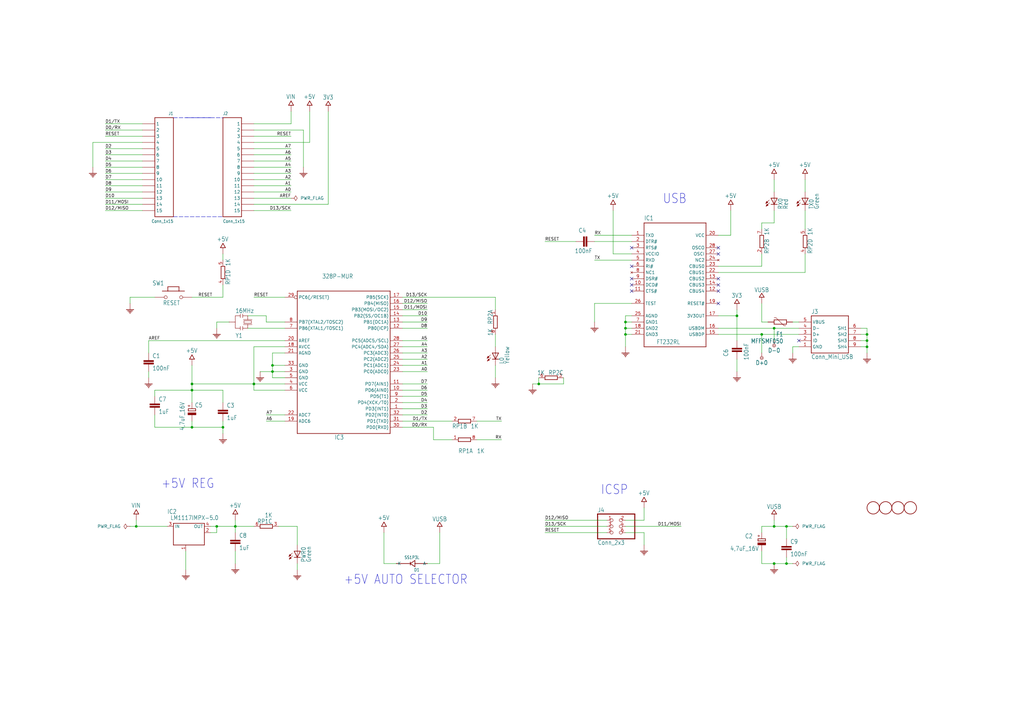
<source format=kicad_sch>
(kicad_sch (version 20231120) (generator "eeschema") (generator_version "8.0")
  (paper "A3")
  (title_block (title "NanoV3.3") (date "2019/1/23 22:50") (company "Arturo Guadalupi"))
  (lib_symbols
    (symbol "Fiducial_1"
      (symbol "Fiducial_1_1_1"
        (pin no_connect line (at 0 0 180) (length 0) hide (name "") (number "1"))
      )
    )
    (symbol "Fiducial_2"
      (symbol "Fiducial_2_1_1"
        (pin no_connect line (at 0 0 180) (length 0) hide (name "") (number "1"))
      )
    )
    (symbol "Fiducial_3"
      (symbol "Fiducial_3_1_1"
        (pin no_connect line (at 0 0 180) (length 0) hide (name "") (number "1"))
      )
    )
    (symbol "NanoV3.3:+5V" (power)
      (property "Value" "+5V" (at -2.54 2.54 0))
      (symbol "+5V_1_0"
        (pin power_in line (at 0 -2.54 90) (length 2.54) (name "+5V") (number "1"))
      )
    )
    (symbol "NanoV3.3:3V3" (power)
      (property "Value" "3V3" (at -2.286 2.286 0))
      (symbol "3V3_1_0"
        (pin power_in line (at 0 -2.54 90) (length 2.54) (name "3V3") (number "1"))
      )
    )
    (symbol "NanoV3.3:ATmega328P-VQFN"
      (property "Reference" "IC" (at -17.78 -40.64 0))
      (property "Value" "ATmega328P-VQFN" (at -5.08 30.48 0))
      (symbol "ATmega328P-VQFN_1_0"
        (pin bidirectional line (at 25.4 -20.32 180) (length 5.08) (name "PD3(INT1)") (number "1"))
        (pin bidirectional line (at 25.4 -12.7 180) (length 5.08) (name "PD6(AIN0)") (number "10"))
        (pin bidirectional line (at 25.4 -10.16 180) (length 5.08) (name "PD7(AIN1)") (number "11"))
        (pin bidirectional line (at 25.4 12.7 180) (length 5.08) (name "PB0(ICP)") (number "12"))
        (pin bidirectional line (at 25.4 15.24 180) (length 5.08) (name "PB1(OC1A)") (number "13"))
        (pin bidirectional line (at 25.4 17.78 180) (length 5.08) (name "PB2(SS/OC1B)") (number "14"))
        (pin bidirectional line (at 25.4 20.32 180) (length 5.08) (name "PB3(MOSI/OC2)") (number "15"))
        (pin bidirectional line (at 25.4 22.86 180) (length 5.08) (name "PB4(MISO)") (number "16"))
        (pin bidirectional line (at 25.4 25.4 180) (length 5.08) (name "PB5(SCK)") (number "17"))
        (pin power_in line (at -22.86 5.08 0) (length 5.08) (name "AVCC") (number "18"))
        (pin bidirectional line (at -22.86 -25.4 0) (length 5.08) (name "ADC6") (number "19"))
        (pin bidirectional line (at 25.4 -17.78 180) (length 5.08) (name "PD4(XCK/T0)") (number "2"))
        (pin power_in line (at -22.86 7.62 0) (length 5.08) (name "AREF") (number "20"))
        (pin power_in line (at -22.86 2.54 0) (length 5.08) (name "AGND") (number "21"))
        (pin bidirectional line (at -22.86 -22.86 0) (length 5.08) (name "ADC7") (number "22"))
        (pin bidirectional line (at 25.4 -5.08 180) (length 5.08) (name "PC0(ADC0)") (number "23"))
        (pin bidirectional line (at 25.4 -2.54 180) (length 5.08) (name "PC1(ADC1)") (number "24"))
        (pin bidirectional line (at 25.4 0 180) (length 5.08) (name "PC2(ADC2)") (number "25"))
        (pin bidirectional line (at 25.4 2.54 180) (length 5.08) (name "PC3(ADC3)") (number "26"))
        (pin bidirectional line (at 25.4 5.08 180) (length 5.08) (name "PC4(ADC4/SDA)") (number "27"))
        (pin bidirectional line (at 25.4 7.62 180) (length 5.08) (name "PC5(ADC5/SCL)") (number "28"))
        (pin bidirectional inverted (at -22.86 25.4 0) (length 5.08) (name "PC6(/RESET)") (number "29"))
        (pin power_in line (at -22.86 -5.08 0) (length 5.08) (name "GND") (number "3"))
        (pin bidirectional line (at 25.4 -27.94 180) (length 5.08) (name "PD0(RXD)") (number "30"))
        (pin bidirectional line (at 25.4 -25.4 180) (length 5.08) (name "PD1(TXD)") (number "31"))
        (pin bidirectional line (at 25.4 -22.86 180) (length 5.08) (name "PD2(INT0)") (number "32"))
        (pin power_in line (at -22.86 -2.54 0) (length 5.08) (name "GND") (number "33"))
        (pin power_in line (at -22.86 -10.16 0) (length 5.08) (name "VCC") (number "4"))
        (pin power_in line (at -22.86 -7.62 0) (length 5.08) (name "GND") (number "5"))
        (pin power_in line (at -22.86 -12.7 0) (length 5.08) (name "VCC") (number "6"))
        (pin bidirectional line (at -22.86 12.7 0) (length 5.08) (name "PB6(XTAL1/TOSC1)") (number "7"))
        (pin bidirectional line (at -22.86 15.24 0) (length 5.08) (name "PB7(XTAL2/TOSC2)") (number "8"))
        (pin bidirectional line (at 25.4 -15.24 180) (length 5.08) (name "PD5(T1)") (number "9"))
      )
    )
    (symbol "NanoV3.3:Button"
      (property "Reference" "SW" (at -8.636 4.826 0))
      (property "Value" "Button" (at -4.318 -3.302 0))
      (symbol "Button_1_0"
        (pin passive inverted (at -7.62 0 0) (length 5.08) (name "1") (number "1"))
        (pin passive inverted (at 7.62 0 180) (length 5.08) (name "2") (number "2"))
      )
    )
    (symbol "NanoV3.3:C"
      (property "Reference" "C" (at 1.524 0.381 0))
      (property "Value" "C" (at 1.524 -4.699 0))
      (symbol "C_1_0"
        (pin passive line (at 0 2.54 270) (length 2.54) (name "1") (number "1"))
        (pin passive line (at 0 -5.08 90) (length 2.54) (name "2") (number "2"))
      )
    )
    (symbol "NanoV3.3:COM" (power)
      (symbol "COM_1_0"
        (pin power_in line (at 0 2.54 270) (length 2.54) (name "COM") (number "1"))
      )
    )
    (symbol "NanoV3.3:C_Polarized"
      (property "Reference" "C" (at 1.143 0.4826 0))
      (property "Value" "C_Polarized" (at 1.143 -4.5974 0))
      (symbol "C_Polarized_1_0"
        (text "+" (at -0.5842 0.4064 900) (effects (font (size 1.27 1.0795)) (justify left bottom)))
        (pin passive line (at 0 2.54 270) (length 2.54) (name "+") (number "1"))
        (pin passive line (at 0 -5.08 90) (length 2.54) (name "-") (number "2"))
      )
    )
    (symbol "NanoV3.3:Conn_1x15"
      (property "Reference" "J" (at -2.54 21.336 0))
      (property "Value" "Conn_1x15" (at -2.54 -22.86 0))
      (symbol "Conn_1x15_1_0"
        (pin passive line (at 10.16 17.78 180) (length 5.08) (name "1") (number "1"))
        (pin passive line (at 10.16 -5.08 180) (length 5.08) (name "10") (number "10"))
        (pin passive line (at 10.16 -7.62 180) (length 5.08) (name "11") (number "11"))
        (pin passive line (at 10.16 -10.16 180) (length 5.08) (name "12") (number "12"))
        (pin passive line (at 10.16 -12.7 180) (length 5.08) (name "13") (number "13"))
        (pin passive line (at 10.16 -15.24 180) (length 5.08) (name "14") (number "14"))
        (pin passive line (at 10.16 -17.78 180) (length 5.08) (name "15") (number "15"))
        (pin passive line (at 10.16 15.24 180) (length 5.08) (name "2") (number "2"))
        (pin passive line (at 10.16 12.7 180) (length 5.08) (name "3") (number "3"))
        (pin passive line (at 10.16 10.16 180) (length 5.08) (name "4") (number "4"))
        (pin passive line (at 10.16 7.62 180) (length 5.08) (name "5") (number "5"))
        (pin passive line (at 10.16 5.08 180) (length 5.08) (name "6") (number "6"))
        (pin passive line (at 10.16 2.54 180) (length 5.08) (name "7") (number "7"))
        (pin passive line (at 10.16 0 180) (length 5.08) (name "8") (number "8"))
        (pin passive line (at 10.16 -2.54 180) (length 5.08) (name "9") (number "9"))
      )
    )
    (symbol "NanoV3.3:Conn_2x3"
      (property "Reference" "J" (at -6.35 5.715 0))
      (property "Value" "Conn_2x3" (at -6.35 -7.62 0))
      (symbol "Conn_2x3_1_0"
        (pin passive inverted (at -2.54 2.54 0) (length 2.54) (name "1") (number "1"))
        (pin passive inverted (at 5.08 2.54 180) (length 2.54) (name "2") (number "2"))
        (pin passive inverted (at -2.54 0 0) (length 2.54) (name "3") (number "3"))
        (pin passive inverted (at 5.08 0 180) (length 2.54) (name "4") (number "4"))
        (pin passive inverted (at -2.54 -2.54 0) (length 2.54) (name "5") (number "5"))
        (pin passive inverted (at 5.08 -2.54 180) (length 2.54) (name "6") (number "6"))
      )
    )
    (symbol "NanoV3.3:Conn_Mini_USB"
      (property "Reference" "J" (at -7.62 8.382 0))
      (property "Value" "Conn_Mini_USB" (at -7.62 -10.16 0))
      (symbol "Conn_Mini_USB_1_0"
        (pin passive line (at -12.7 -5.08 0) (length 5.08) (name "GND") (number "1"))
        (pin bidirectional line (at -12.7 -2.54 0) (length 5.08) (name "ID") (number "2"))
        (pin bidirectional line (at -12.7 0 0) (length 5.08) (name "D+") (number "3"))
        (pin bidirectional line (at -12.7 2.54 0) (length 5.08) (name "D-") (number "4"))
        (pin passive line (at -12.7 5.08 0) (length 5.08) (name "VBUS") (number "5"))
        (pin passive line (at 12.7 2.54 180) (length 5.08) (name "SH1") (number "6"))
        (pin passive line (at 12.7 0 180) (length 5.08) (name "SH2") (number "7"))
        (pin passive line (at 12.7 -2.54 180) (length 5.08) (name "SH3") (number "8"))
        (pin passive line (at 12.7 -5.08 180) (length 5.08) (name "SH4") (number "9"))
      )
    )
    (symbol "NanoV3.3:D"
      (property "Reference" "D" (at -1.905 1.905 0))
      (property "Value" "D" (at -1.905 -3.175 0))
      (symbol "D_1_0"
        (pin passive line (at 7.62 0 180) (length 0) (name "K") (number "1"))
        (pin passive line (at -5.08 0 0) (length 0) (name "A") (number "2"))
      )
    )
    (symbol "NanoV3.3:FT232R"
      (property "Reference" "IC" (at -12.7 26.416 0))
      (property "Value" "FT232R" (at -7.62 -24.384 0))
      (symbol "FT232R_1_0"
        (pin output line (at -17.78 20.32 0) (length 5.08) (name "TXD") (number "1"))
        (pin bidirectional line (at -17.78 0 0) (length 5.08) (name "DCD#") (number "10"))
        (pin bidirectional line (at -17.78 -2.54 0) (length 5.08) (name "CTS#") (number "11"))
        (pin bidirectional line (at 17.78 -2.54 180) (length 5.08) (name "CBUS4") (number "12"))
        (pin bidirectional line (at 17.78 2.54 180) (length 5.08) (name "CBUS2") (number "13"))
        (pin bidirectional line (at 17.78 0 180) (length 5.08) (name "CBUS3") (number "14"))
        (pin bidirectional line (at 17.78 -20.32 180) (length 5.08) (name "USBDP") (number "15"))
        (pin bidirectional line (at 17.78 -17.78 180) (length 5.08) (name "USBDM") (number "16"))
        (pin power_out line (at 17.78 -12.7 180) (length 5.08) (name "3V3OUT") (number "17"))
        (pin power_in line (at -17.78 -17.78 0) (length 5.08) (name "GND2") (number "18"))
        (pin bidirectional line (at 17.78 -7.62 180) (length 5.08) (name "RESET#") (number "19"))
        (pin output line (at -17.78 17.78 0) (length 5.08) (name "DTR#") (number "2"))
        (pin power_in line (at 17.78 20.32 180) (length 5.08) (name "VCC") (number "20"))
        (pin power_in line (at -17.78 -20.32 0) (length 5.08) (name "GND3") (number "21"))
        (pin bidirectional line (at 17.78 5.08 180) (length 5.08) (name "CBUS1") (number "22"))
        (pin bidirectional line (at 17.78 7.62 180) (length 5.08) (name "CBUS0") (number "23"))
        (pin no_connect line (at 17.78 10.16 180) (length 5.08) (name "NC2") (number "24"))
        (pin power_in line (at -17.78 -12.7 0) (length 5.08) (name "AGND") (number "25"))
        (pin input line (at -17.78 -7.62 0) (length 5.08) (name "TEST") (number "26"))
        (pin bidirectional line (at 17.78 12.7 180) (length 5.08) (name "OSCI") (number "27"))
        (pin output line (at 17.78 15.24 180) (length 5.08) (name "OSCO") (number "28"))
        (pin output line (at -17.78 15.24 0) (length 5.08) (name "RTS#") (number "3"))
        (pin power_in line (at -17.78 12.7 0) (length 5.08) (name "VCCIO") (number "4"))
        (pin input line (at -17.78 10.16 0) (length 5.08) (name "RXD") (number "5"))
        (pin bidirectional line (at -17.78 7.62 0) (length 5.08) (name "RI#") (number "6"))
        (pin power_in line (at -17.78 -15.24 0) (length 5.08) (name "GND1") (number "7"))
        (pin no_connect line (at -17.78 5.08 0) (length 5.08) (name "NC1") (number "8"))
        (pin bidirectional line (at -17.78 2.54 0) (length 5.08) (name "DSR#") (number "9"))
      )
    )
    (symbol "NanoV3.3:Fiducial"
      (symbol "Fiducial_1_1"
        (pin no_connect line (at 0 0 180) (length 0) hide (name "") (number "1"))
      )
    )
    (symbol "NanoV3.3:LED"
      (property "Reference" "LED" (at 3.556 -4.572 90))
      (property "Value" "LED" (at 5.715 -4.572 90))
      (symbol "LED_1_0"
        (pin passive line (at 0 2.54 270) (length 2.54) (name "") (number "1"))
        (pin passive line (at 0 -5.08 90) (length 2.54) (name "") (number "2"))
      )
    )
    (symbol "NanoV3.3:LM1117"
      (property "Reference" "IC" (at -5.08 7.62 0))
      (property "Value" "LM1117" (at 3.81 -5.08 0))
      (symbol "LM1117_1_0"
        (pin input line (at 0 -5.08 90) (length 2.54) (name "GND/ADJ") (number "1"))
        (pin passive line (at 10.16 2.54 180) (length 2.54) (name "") (number "2"))
        (pin power_in line (at -7.62 5.08 0) (length 2.54) (name "IN") (number "3"))
        (pin power_out line (at 10.16 5.08 180) (length 2.54) (name "OUT") (number "4"))
      )
    )
    (symbol "NanoV3.3:Polyfuse"
      (property "Reference" "F" (at 2.54 0.2286 0))
      (property "Value" "Polyfuse" (at 2.54 -1.905 0))
      (symbol "Polyfuse_1_0"
        (pin passive line (at 0 -5.08 90) (length 2.54) (name "1") (number "1"))
        (pin passive line (at 0 5.08 270) (length 2.54) (name "2") (number "2"))
      )
    )
    (symbol "NanoV3.3:R_Pack4_Split"
      (property "Reference" "RP" (at -5.08 -3.048 0))
      (property "Value" "R_Pack4_Split" (at 2.54 -3.048 0))
      (symbol "R_Pack4_Split_1_0"
        (pin passive line (at -5.08 0 0) (length 2.54) (name "1") (number "1"))
        (pin passive line (at 5.08 0 180) (length 2.54) (name "2") (number "8"))
      )
      (symbol "R_Pack4_Split_2_0"
        (pin passive line (at -5.08 0 0) (length 2.54) (name "1") (number "2"))
        (pin passive line (at 5.08 0 180) (length 2.54) (name "2") (number "7"))
      )
      (symbol "R_Pack4_Split_3_0"
        (pin passive line (at -5.08 0 0) (length 2.54) (name "1") (number "3"))
        (pin passive line (at 5.08 0 180) (length 2.54) (name "2") (number "6"))
      )
      (symbol "R_Pack4_Split_4_0"
        (pin passive line (at -5.08 0 0) (length 2.54) (name "1") (number "4"))
        (pin passive line (at 5.08 0 180) (length 2.54) (name "2") (number "5"))
      )
    )
    (symbol "NanoV3.3:Resonator"
      (property "Reference" "Y" (at -5.08 4.572 0))
      (property "Value" "Resonator" (at -5.08 -5.588 0))
      (symbol "Resonator_1_0"
        (pin passive line (at 0 2.54 180) (length 0) (name "1") (number "1"))
        (pin passive line (at -7.62 0 0) (length 0) (name "2") (number "2"))
        (pin passive line (at 0 -2.54 180) (length 0) (name "3") (number "3"))
      )
    )
    (symbol "NanoV3.3:TestPoint"
      (property "Reference" "TP" (at 0 0.508 0))
      (symbol "TestPoint_1_0"
        (pin passive line (at 0 -2.54 90) (length 0) (name "P$1") (number "X"))
      )
    )
    (symbol "NanoV3.3:VIN" (power)
      (property "Value" "VIN" (at -2.032 2.54 0))
      (symbol "VIN_1_0"
        (pin power_in line (at 0 -2.54 90) (length 2.54) (name "VIN") (number "1"))
      )
    )
    (symbol "NanoV3.3:VUSB" (power)
      (property "Value" "VUSB" (at -3.048 2.032 0))
      (symbol "VUSB_1_0"
        (pin power_in line (at 0 -2.54 90) (length 2.54) (name "VUSB") (number "1"))
      )
    )
    (symbol "power:PWR_FLAG" (power) (pin_numbers hide) (pin_names (offset 0) hide)
      (property "Value" "PWR_FLAG" (at 0 3.81 0))
      (symbol "PWR_FLAG_0_0"
        (pin power_out line (at 0 0 90) (length 0) (name "pwr") (number "1"))
      )
    )
  )
  (junction (at 256.54 132.08))
  (junction (at 111.76 149.86))
  (junction (at 111.76 152.4))
  (junction (at 78.74 160.02))
  (junction (at 317.5 215.9))
  (junction (at 355.6 139.7))
  (junction (at 91.44 175.26))
  (junction (at 322.58 215.9))
  (junction (at 78.74 175.26))
  (junction (at 317.5 231.14))
  (junction (at 256.54 134.62))
  (junction (at 96.52 215.9))
  (junction (at 88.9 215.9))
  (junction (at 302.26 129.54))
  (junction (at 312.42 137.16))
  (junction (at 104.14 157.48))
  (junction (at 317.5 134.62))
  (junction (at 220.98 157.48))
  (junction (at 256.54 137.16))
  (junction (at 78.74 157.48))
  (junction (at 322.58 231.14))
  (junction (at 355.6 137.16))
  (junction (at 355.6 142.24))
  (junction (at 55.88 215.9))
  (no_connect (at 259.08 119.38))
  (no_connect (at 259.08 116.84))
  (no_connect (at 259.08 114.3))
  (no_connect (at 294.64 124.46))
  (no_connect (at 294.64 116.84))
  (no_connect (at 294.64 101.6))
  (no_connect (at 294.64 114.3))
  (no_connect (at 294.64 104.14))
  (no_connect (at 294.64 119.38))
  (no_connect (at 327.66 139.7))
  (no_connect (at 259.08 101.6))
  (no_connect (at 259.08 109.22))
  (wire (pts (xy 78.74 165.1) (xy 78.74 160.02)))
  (wire (pts (xy 121.92 233.68) (xy 121.92 231.14)))
  (wire (pts (xy 55.88 215.9) (xy 68.58 215.9)))
  (wire (pts (xy 312.42 231.14) (xy 317.5 231.14)))
  (wire (pts (xy 116.84 144.78) (xy 111.76 144.78)))
  (wire (pts (xy 327.66 142.24) (xy 325.12 142.24)))
  (wire (pts (xy 256.54 129.54) (xy 256.54 132.08)))
  (wire (pts (xy 43.18 63.5) (xy 58.42 63.5)))
  (wire (pts (xy 330.2 93.98) (xy 330.2 86.36)))
  (wire (pts (xy 353.06 137.16) (xy 355.6 137.16)))
  (wire (pts (xy 104.14 86.36) (xy 119.38 86.36)))
  (wire (pts (xy 317.5 139.7) (xy 317.5 134.62)))
  (wire (pts (xy 104.14 50.8) (xy 119.38 50.8)))
  (wire (pts (xy 91.44 106.68) (xy 91.44 104.14)))
  (wire (pts (xy 177.8 180.34) (xy 185.42 180.34)))
  (wire (pts (xy 124.46 53.34) (xy 124.46 68.58)))
  (wire (pts (xy 78.74 160.02) (xy 78.74 157.48)))
  (wire (pts (xy 116.84 172.72) (xy 109.22 172.72)))
  (wire (pts (xy 165.1 132.08) (xy 175.26 132.08)))
  (wire (pts (xy 58.42 73.66) (xy 43.18 73.66)))
  (wire (pts (xy 104.14 71.12) (xy 119.38 71.12)))
  (wire (pts (xy 165.1 160.02) (xy 175.26 160.02)))
  (wire (pts (xy 330.2 78.74) (xy 330.2 73.66)))
  (wire (pts (xy 78.74 157.48) (xy 78.74 149.86)))
  (wire (pts (xy 63.5 160.02) (xy 63.5 162.56)))
  (wire (pts (xy 116.84 157.48) (xy 104.14 157.48)))
  (wire (pts (xy 259.08 137.16) (xy 256.54 137.16)))
  (wire (pts (xy 109.22 129.54) (xy 101.6 129.54)))
  (wire (pts (xy 43.18 50.8) (xy 58.42 50.8)))
  (wire (pts (xy 312.42 144.78) (xy 312.42 137.16)))
  (wire (pts (xy 104.14 60.96) (xy 119.38 60.96)))
  (wire (pts (xy 312.42 124.46) (xy 312.42 132.08)))
  (wire (pts (xy 165.1 142.24) (xy 175.26 142.24)))
  (wire (pts (xy 111.76 149.86) (xy 116.84 149.86)))
  (wire (pts (xy 96.52 218.44) (xy 96.52 215.9)))
  (wire (pts (xy 119.38 73.66) (xy 104.14 73.66)))
  (wire (pts (xy 355.6 139.7) (xy 355.6 142.24)))
  (wire (pts (xy 165.1 129.54) (xy 175.26 129.54)))
  (wire (pts (xy 104.14 81.28) (xy 119.38 81.28)))
  (wire (pts (xy 302.26 139.7) (xy 302.26 129.54)))
  (wire (pts (xy 104.14 142.24) (xy 104.14 157.48)))
  (wire (pts (xy 104.14 157.48) (xy 78.74 157.48)))
  (wire (pts (xy 165.1 152.4) (xy 175.26 152.4)))
  (polyline (pts (xy 76.2 48.26) (xy 86.36 48.26)) (stroke (width 0) (type dash)))
  (polyline (pts (xy 86.36 48.26) (xy 76.2 48.26)) (stroke (width 0) (type dash)))
  (wire (pts (xy 317.5 215.9) (xy 322.58 215.9)))
  (wire (pts (xy 251.46 104.14) (xy 251.46 86.36)))
  (wire (pts (xy 116.84 160.02) (xy 104.14 160.02)))
  (wire (pts (xy 53.34 121.92) (xy 53.34 124.46)))
  (wire (pts (xy 111.76 149.86) (xy 111.76 152.4)))
  (wire (pts (xy 116.84 121.92) (xy 104.14 121.92)))
  (wire (pts (xy 104.14 55.88) (xy 119.38 55.88)))
  (wire (pts (xy 55.88 213.36) (xy 55.88 215.9)))
  (wire (pts (xy 256.54 134.62) (xy 256.54 137.16)))
  (wire (pts (xy 165.1 149.86) (xy 175.26 149.86)))
  (wire (pts (xy 60.96 139.7) (xy 60.96 144.78)))
  (wire (pts (xy 127 58.42) (xy 127 45.72)))
  (wire (pts (xy 203.2 137.16) (xy 203.2 142.24)))
  (wire (pts (xy 203.2 127) (xy 203.2 121.92)))
  (wire (pts (xy 43.18 76.2) (xy 58.42 76.2)))
  (wire (pts (xy 91.44 175.26) (xy 91.44 177.8)))
  (wire (pts (xy 93.98 132.08) (xy 88.9 132.08)))
  (wire (pts (xy 116.84 170.18) (xy 109.22 170.18)))
  (wire (pts (xy 294.64 111.76) (xy 330.2 111.76)))
  (wire (pts (xy 312.42 218.44) (xy 312.42 215.9)))
  (wire (pts (xy 294.64 137.16) (xy 312.42 137.16)))
  (wire (pts (xy 223.52 213.36) (xy 248.92 213.36)))
  (wire (pts (xy 111.76 152.4) (xy 116.84 152.4)))
  (wire (pts (xy 157.48 231.14) (xy 157.48 218.44)))
  (wire (pts (xy 165.1 147.32) (xy 175.26 147.32)))
  (wire (pts (xy 264.16 218.44) (xy 264.16 223.52)))
  (wire (pts (xy 317.5 134.62) (xy 327.66 134.62)))
  (wire (pts (xy 312.42 91.44) (xy 317.5 91.44)))
  (wire (pts (xy 165.1 127) (xy 175.26 127)))
  (wire (pts (xy 259.08 129.54) (xy 256.54 129.54)))
  (wire (pts (xy 243.84 124.46) (xy 243.84 132.08)))
  (wire (pts (xy 91.44 172.72) (xy 91.44 175.26)))
  (wire (pts (xy 218.44 157.48) (xy 220.98 157.48)))
  (wire (pts (xy 180.34 231.14) (xy 175.26 231.14)))
  (wire (pts (xy 116.84 142.24) (xy 104.14 142.24)))
  (wire (pts (xy 111.76 154.94) (xy 111.76 152.4)))
  (wire (pts (xy 104.14 215.9) (xy 96.52 215.9)))
  (wire (pts (xy 43.18 68.58) (xy 58.42 68.58)))
  (wire (pts (xy 165.1 170.18) (xy 175.26 170.18)))
  (wire (pts (xy 165.1 162.56) (xy 175.26 162.56)))
  (wire (pts (xy 353.06 142.24) (xy 355.6 142.24)))
  (wire (pts (xy 76.2 233.68) (xy 76.2 226.06)))
  (wire (pts (xy 43.18 66.04) (xy 58.42 66.04)))
  (wire (pts (xy 43.18 60.96) (xy 58.42 60.96)))
  (wire (pts (xy 91.44 165.1) (xy 91.44 160.02)))
  (wire (pts (xy 53.34 215.9) (xy 55.88 215.9)))
  (wire (pts (xy 355.6 134.62) (xy 355.6 137.16)))
  (wire (pts (xy 157.48 231.14) (xy 162.56 231.14)))
  (wire (pts (xy 317.5 78.74) (xy 317.5 73.66)))
  (polyline (pts (xy 71.12 48.26) (xy 76.2 48.26)) (stroke (width 0) (type dash)))
  (wire (pts (xy 43.18 81.28) (xy 58.42 81.28)))
  (wire (pts (xy 259.08 124.46) (xy 243.84 124.46)))
  (wire (pts (xy 104.14 66.04) (xy 119.38 66.04)))
  (wire (pts (xy 96.52 215.9) (xy 96.52 213.36)))
  (wire (pts (xy 119.38 50.8) (xy 119.38 45.72)))
  (wire (pts (xy 220.98 157.48) (xy 231.14 157.48)))
  (wire (pts (xy 86.36 218.44) (xy 88.9 218.44)))
  (wire (pts (xy 259.08 104.14) (xy 251.46 104.14)))
  (wire (pts (xy 355.6 142.24) (xy 355.6 144.78)))
  (wire (pts (xy 165.1 175.26) (xy 177.8 175.26)))
  (wire (pts (xy 43.18 71.12) (xy 58.42 71.12)))
  (wire (pts (xy 256.54 218.44) (xy 264.16 218.44)))
  (wire (pts (xy 78.74 160.02) (xy 63.5 160.02)))
  (wire (pts (xy 322.58 231.14) (xy 317.5 231.14)))
  (wire (pts (xy 325.12 132.08) (xy 327.66 132.08)))
  (wire (pts (xy 165.1 121.92) (xy 203.2 121.92)))
  (wire (pts (xy 322.58 228.6) (xy 322.58 231.14)))
  (wire (pts (xy 243.84 96.52) (xy 259.08 96.52)))
  (wire (pts (xy 259.08 132.08) (xy 256.54 132.08)))
  (wire (pts (xy 294.64 109.22) (xy 312.42 109.22)))
  (wire (pts (xy 243.84 106.68) (xy 259.08 106.68)))
  (wire (pts (xy 91.44 160.02) (xy 78.74 160.02)))
  (wire (pts (xy 38.1 58.42) (xy 38.1 68.58)))
  (wire (pts (xy 104.14 78.74) (xy 119.38 78.74)))
  (wire (pts (xy 256.54 213.36) (xy 264.16 213.36)))
  (wire (pts (xy 317.5 213.36) (xy 317.5 215.9)))
  (wire (pts (xy 312.42 93.98) (xy 312.42 91.44)))
  (wire (pts (xy 78.74 121.92) (xy 91.44 121.92)))
  (wire (pts (xy 203.2 149.86) (xy 203.2 154.94)))
  (wire (pts (xy 165.1 165.1) (xy 175.26 165.1)))
  (wire (pts (xy 355.6 137.16) (xy 355.6 139.7)))
  (wire (pts (xy 111.76 152.4) (xy 106.68 152.4)))
  (wire (pts (xy 104.14 53.34) (xy 124.46 53.34)))
  (wire (pts (xy 43.18 55.88) (xy 58.42 55.88)))
  (wire (pts (xy 165.1 144.78) (xy 175.26 144.78)))
  (wire (pts (xy 312.42 226.06) (xy 312.42 231.14)))
  (wire (pts (xy 312.42 132.08) (xy 314.96 132.08)))
  (wire (pts (xy 312.42 215.9) (xy 317.5 215.9)))
  (wire (pts (xy 330.2 111.76) (xy 330.2 104.14)))
  (wire (pts (xy 165.1 124.46) (xy 175.26 124.46)))
  (wire (pts (xy 279.4 215.9) (xy 256.54 215.9)))
  (wire (pts (xy 63.5 121.92) (xy 53.34 121.92)))
  (wire (pts (xy 114.3 215.9) (xy 121.92 215.9)))
  (wire (pts (xy 312.42 104.14) (xy 312.42 109.22)))
  (wire (pts (xy 43.18 86.36) (xy 58.42 86.36)))
  (wire (pts (xy 88.9 215.9) (xy 86.36 215.9)))
  (wire (pts (xy 109.22 132.08) (xy 109.22 129.54)))
  (wire (pts (xy 111.76 144.78) (xy 111.76 149.86)))
  (wire (pts (xy 165.1 134.62) (xy 175.26 134.62)))
  (wire (pts (xy 63.5 175.26) (xy 63.5 170.18)))
  (wire (pts (xy 165.1 167.64) (xy 175.26 167.64)))
  (wire (pts (xy 259.08 134.62) (xy 256.54 134.62)))
  (wire (pts (xy 88.9 215.9) (xy 96.52 215.9)))
  (wire (pts (xy 294.64 96.52) (xy 299.72 96.52)))
  (wire (pts (xy 256.54 137.16) (xy 256.54 142.24)))
  (wire (pts (xy 104.14 68.58) (xy 119.38 68.58)))
  (wire (pts (xy 116.84 154.94) (xy 111.76 154.94)))
  (wire (pts (xy 195.58 172.72) (xy 205.74 172.72)))
  (wire (pts (xy 312.42 137.16) (xy 327.66 137.16)))
  (wire (pts (xy 299.72 96.52) (xy 299.72 86.36)))
  (wire (pts (xy 223.52 215.9) (xy 248.92 215.9)))
  (wire (pts (xy 180.34 218.44) (xy 180.34 231.14)))
  (wire (pts (xy 294.64 134.62) (xy 317.5 134.62)))
  (wire (pts (xy 38.1 58.42) (xy 58.42 58.42)))
  (wire (pts (xy 78.74 175.26) (xy 91.44 175.26)))
  (wire (pts (xy 177.8 175.26) (xy 177.8 180.34)))
  (wire (pts (xy 43.18 78.74) (xy 58.42 78.74)))
  (wire (pts (xy 104.14 58.42) (xy 127 58.42)))
  (wire (pts (xy 78.74 172.72) (xy 78.74 175.26)))
  (wire (pts (xy 165.1 157.48) (xy 175.26 157.48)))
  (wire (pts (xy 43.18 53.34) (xy 58.42 53.34)))
  (wire (pts (xy 302.26 129.54) (xy 302.26 127)))
  (wire (pts (xy 220.98 154.94) (xy 220.98 157.48)))
  (wire (pts (xy 322.58 215.9) (xy 325.12 215.9)))
  (wire (pts (xy 256.54 132.08) (xy 256.54 134.62)))
  (wire (pts (xy 43.18 83.82) (xy 58.42 83.82)))
  (wire (pts (xy 223.52 99.06) (xy 236.22 99.06)))
  (wire (pts (xy 243.84 99.06) (xy 259.08 99.06)))
  (wire (pts (xy 302.26 147.32) (xy 302.26 152.4)))
  (wire (pts (xy 96.52 231.14) (xy 96.52 226.06)))
  (wire (pts (xy 322.58 231.14) (xy 325.12 231.14)))
  (wire (pts (xy 104.14 76.2) (xy 119.38 76.2)))
  (wire (pts (xy 104.14 160.02) (xy 104.14 157.48)))
  (wire (pts (xy 223.52 218.44) (xy 248.92 218.44)))
  (wire (pts (xy 104.14 83.82) (xy 134.62 83.82)))
  (wire (pts (xy 231.14 157.48) (xy 231.14 154.94)))
  (wire (pts (xy 88.9 132.08) (xy 88.9 134.62)))
  (wire (pts (xy 165.1 139.7) (xy 175.26 139.7)))
  (polyline (pts (xy 86.36 48.26) (xy 91.44 48.26)) (stroke (width 0) (type dash)))
  (wire (pts (xy 325.12 142.24) (xy 325.12 144.78)))
  (wire (pts (xy 134.62 83.82) (xy 134.62 45.72)))
  (polyline (pts (xy 71.12 88.9) (xy 91.44 88.9)) (stroke (width 0) (type dash)))
  (wire (pts (xy 116.84 132.08) (xy 109.22 132.08)))
  (wire (pts (xy 88.9 218.44) (xy 88.9 215.9)))
  (wire (pts (xy 195.58 180.34) (xy 205.74 180.34)))
  (wire (pts (xy 353.06 139.7) (xy 355.6 139.7)))
  (wire (pts (xy 353.06 134.62) (xy 355.6 134.62)))
  (wire (pts (xy 104.14 63.5) (xy 119.38 63.5)))
  (wire (pts (xy 294.64 129.54) (xy 302.26 129.54)))
  (wire (pts (xy 91.44 116.84) (xy 91.44 121.92)))
  (wire (pts (xy 165.1 172.72) (xy 185.42 172.72)))
  (wire (pts (xy 322.58 215.9) (xy 322.58 220.98)))
  (wire (pts (xy 116.84 139.7) (xy 60.96 139.7)))
  (wire (pts (xy 121.92 215.9) (xy 121.92 223.52)))
  (wire (pts (xy 78.74 175.26) (xy 63.5 175.26)))
  (wire (pts (xy 264.16 213.36) (xy 264.16 208.28)))
  (wire (pts (xy 60.96 152.4) (xy 60.96 154.94)))
  (wire (pts (xy 101.6 134.62) (xy 116.84 134.62)))
  (wire (pts (xy 317.5 91.44) (xy 317.5 86.36)))
  (text "+5V REG" (at 66.04 200.66 0) (effects (font (size 3.81 3.2385)) (justify left bottom)))
  (text "+5V AUTO SELECTOR" (at 140.97 240.03 0) (effects (font (size 3.81 3.2385)) (justify left bottom)))
  (text "ICSP" (at 246.38 203.2 0) (effects (font (size 3.81 3.2385)) (justify left bottom)))
  (text "USB" (at 271.78 83.82 0) (effects (font (size 3.81 3.2385)) (justify left bottom)))
  (label "D2" (at 175.26 170.18 180) (effects (font (size 1.2446 1.2446))))
  (label "D8" (at 43.18 76.2 0) (effects (font (size 1.2446 1.2446))))
  (label "D4" (at 175.26 165.1 180) (effects (font (size 1.2446 1.2446))))
  (label "RESET" (at 81.28 121.92 0) (effects (font (size 1.2446 1.2446))))
  (label "D1/TX" (at 43.18 50.8 0) (effects (font (size 1.2446 1.2446))))
  (label "A2" (at 175.26 147.32 180) (effects (font (size 1.2446 1.2446))))
  (label "RESET" (at 223.52 99.06 0) (effects (font (size 1.2446 1.2446))))
  (label "A5" (at 175.26 139.7 180) (effects (font (size 1.2446 1.2446))))
  (label "TX" (at 243.84 106.68 0) (effects (font (size 1.2446 1.2446))))
  (label "RESET" (at 223.52 218.44 0) (effects (font (size 1.2446 1.2446))))
  (label "A4" (at 119.38 68.58 180) (effects (font (size 1.2446 1.2446))))
  (label "D7" (at 175.26 157.48 180) (effects (font (size 1.2446 1.2446))))
  (label "D4" (at 43.18 66.04 0) (effects (font (size 1.2446 1.2446))))
  (label "RESET" (at 119.38 55.88 180) (effects (font (size 1.2446 1.2446))))
  (label "A1" (at 119.38 76.2 180) (effects (font (size 1.2446 1.2446))))
  (label "D5" (at 43.18 68.58 0) (effects (font (size 1.2446 1.2446))))
  (label "D11/MOSI" (at 279.4 215.9 180) (effects (font (size 1.2446 1.2446))))
  (label "D12/MISO" (at 223.52 213.36 0) (effects (font (size 1.2446 1.2446))))
  (label "A3" (at 119.38 71.12 180) (effects (font (size 1.2446 1.2446))))
  (label "RESET" (at 43.18 55.88 0) (effects (font (size 1.2446 1.2446))))
  (label "A6" (at 119.38 63.5 180) (effects (font (size 1.2446 1.2446))))
  (label "TX" (at 205.74 172.72 180) (effects (font (size 1.2446 1.2446))))
  (label "RESET" (at 104.14 121.92 0) (effects (font (size 1.2446 1.2446))))
  (label "A5" (at 119.38 66.04 180) (effects (font (size 1.2446 1.2446))))
  (label "D10" (at 43.18 81.28 0) (effects (font (size 1.2446 1.2446))))
  (label "D13/SCK" (at 175.26 121.92 180) (effects (font (size 1.2446 1.2446))))
  (label "RX" (at 243.84 96.52 0) (effects (font (size 1.2446 1.2446))))
  (label "A0" (at 119.38 78.74 180) (effects (font (size 1.2446 1.2446))))
  (label "D5" (at 175.26 162.56 180) (effects (font (size 1.2446 1.2446))))
  (label "D12/MISO" (at 43.18 86.36 0) (effects (font (size 1.2446 1.2446))))
  (label "D9" (at 43.18 78.74 0) (effects (font (size 1.2446 1.2446))))
  (label "D8" (at 175.26 134.62 180) (effects (font (size 1.2446 1.2446))))
  (label "D0/RX" (at 43.18 53.34 0) (effects (font (size 1.2446 1.2446))))
  (label "D3" (at 43.18 63.5 0) (effects (font (size 1.2446 1.2446))))
  (label "A6" (at 109.22 172.72 0) (effects (font (size 1.2446 1.2446))))
  (label "D6" (at 43.18 71.12 0) (effects (font (size 1.2446 1.2446))))
  (label "AREF" (at 119.38 81.28 180) (effects (font (size 1.2446 1.2446))))
  (label "D2" (at 43.18 60.96 0) (effects (font (size 1.2446 1.2446))))
  (label "D1/TX" (at 175.26 172.72 180) (effects (font (size 1.2446 1.2446))))
  (label "A4" (at 175.26 142.24 180) (effects (font (size 1.2446 1.2446))))
  (label "AREF" (at 60.96 139.7 0) (effects (font (size 1.2446 1.2446))))
  (label "A2" (at 119.38 73.66 180) (effects (font (size 1.2446 1.2446))))
  (label "D11/MOSI" (at 43.18 83.82 0) (effects (font (size 1.2446 1.2446))))
  (label "A3" (at 175.26 144.78 180) (effects (font (size 1.2446 1.2446))))
  (label "A0" (at 175.26 152.4 180) (effects (font (size 1.2446 1.2446))))
  (label "D3" (at 175.26 167.64 180) (effects (font (size 1.2446 1.2446))))
  (label "A1" (at 175.26 149.86 180) (effects (font (size 1.2446 1.2446))))
  (label "D7" (at 43.18 73.66 0) (effects (font (size 1.2446 1.2446))))
  (label "A7" (at 109.22 170.18 0) (effects (font (size 1.2446 1.2446))))
  (label "D13/SCK" (at 119.38 86.36 180) (effects (font (size 1.2446 1.2446))))
  (label "D9" (at 175.26 132.08 180) (effects (font (size 1.2446 1.2446))))
  (label "A7" (at 119.38 60.96 180) (effects (font (size 1.2446 1.2446))))
  (label "D10" (at 175.26 129.54 180) (effects (font (size 1.2446 1.2446))))
  (label "D11/MOSI" (at 175.26 127 180) (effects (font (size 1.2446 1.2446))))
  (label "D0/RX" (at 175.26 175.26 180) (effects (font (size 1.2446 1.2446))))
  (label "D13/SCK" (at 223.52 215.9 0) (effects (font (size 1.2446 1.2446))))
  (label "D6" (at 175.26 160.02 180) (effects (font (size 1.2446 1.2446))))
  (label "RX" (at 205.74 180.34 180) (effects (font (size 1.2446 1.2446))))
  (label "D12/MISO" (at 175.26 124.46 180) (effects (font (size 1.2446 1.2446))))
  (symbol (lib_id "NanoV3.3:Button") (at 71.12 121.92 0) (unit 1)
    (property "Reference" "SW1" (at 62.484 117.094 0) (effects (font (size 1.778 1.5113)) (justify left bottom)))
    (property "Value" "RESET" (at 66.802 125.222 0) (effects (font (size 1.778 1.5113)) (justify left bottom)))
    (property "Footprint" "NanoV3.3:SW_SPST_3.9x2.9mm" (effects (hide yes)))
  )
  (symbol (lib_id "NanoV3.3:R_Pack4_Split") (at 330.2 99.06 90) (unit 4)
    (property "Reference" "RP2" (at 333.248 104.14 0) (effects (font (size 1.778 1.5113)) (justify left bottom)))
    (property "Value" "1K" (at 333.248 96.52 0) (effects (font (size 1.778 1.5113)) (justify left bottom)))
    (property "Footprint" "NanoV3.3:R_CAY16-4" (effects (hide yes)))
  )
  (symbol (lib_name "Fiducial_3") (lib_id "NanoV3.3:Fiducial") (at 363.22 208.28 0) (unit 1)
    (property "Reference" "FD2" (effects (hide yes)))
    (property "Value" "DNP" (effects (hide yes)))
    (property "Footprint" "NanoV3.3:Fiducial_1mm_Mask1.5mm" (effects (hide yes)))
  )
  (symbol (lib_id "power:PWR_FLAG") (at 119.38 81.28 270) (unit 1)
    (property "Reference" "#FLG0103" (effects (hide yes)))
    (property "Value" "PWR_FLAG" (at 123.19 81.2799 90) (effects (justify left)))
  )
  (symbol (lib_id "NanoV3.3:COM") (at 60.96 157.48 0) (unit 1)
    (property "Reference" "#PWR04" (effects (hide yes)))
    (property "Value" "COM" (effects (hide yes)))
    (property "Footprint" "NanoV3.3:" (effects (hide yes)))
  )
  (symbol (lib_id "NanoV3.3:COM") (at 121.92 236.22 0) (unit 1)
    (property "Reference" "#PWR014" (effects (hide yes)))
    (property "Value" "COM" (effects (hide yes)))
    (property "Footprint" "NanoV3.3:" (effects (hide yes)))
  )
  (symbol (lib_id "NanoV3.3:+5V") (at 78.74 147.32 0) (unit 1)
    (property "Reference" "#PWR06" (effects (hide yes)))
    (property "Value" "+5V" (at 76.2 144.78 0) (effects (font (size 1.778 1.5113)) (justify left bottom)))
    (property "Footprint" "NanoV3.3:" (effects (hide yes)))
  )
  (symbol (lib_id "NanoV3.3:VIN") (at 55.88 210.82 0) (unit 1)
    (property "Reference" "#PWR03" (effects (hide yes)))
    (property "Value" "VIN" (at 53.848 208.28 0) (effects (font (size 1.778 1.5113)) (justify left bottom)))
    (property "Footprint" "NanoV3.3:" (effects (hide yes)))
  )
  (symbol (lib_id "NanoV3.3:+5V") (at 251.46 83.82 0) (unit 1)
    (property "Reference" "#PWR022" (effects (hide yes)))
    (property "Value" "+5V" (at 248.92 81.28 0) (effects (font (size 1.778 1.5113)) (justify left bottom)))
    (property "Footprint" "NanoV3.3:" (effects (hide yes)))
  )
  (symbol (lib_id "NanoV3.3:COM") (at 124.46 71.12 0) (unit 1)
    (property "Reference" "#PWR015" (effects (hide yes)))
    (property "Value" "COM" (effects (hide yes)))
    (property "Footprint" "NanoV3.3:" (effects (hide yes)))
  )
  (symbol (lib_id "NanoV3.3:COM") (at 317.5 233.68 0) (unit 1)
    (property "Reference" "#PWR030" (effects (hide yes)))
    (property "Value" "COM" (effects (hide yes)))
    (property "Footprint" "NanoV3.3:" (effects (hide yes)))
  )
  (symbol (lib_id "NanoV3.3:COM") (at 96.52 233.68 0) (unit 1)
    (property "Reference" "#PWR011" (effects (hide yes)))
    (property "Value" "COM" (effects (hide yes)))
    (property "Footprint" "NanoV3.3:" (effects (hide yes)))
  )
  (symbol (lib_id "NanoV3.3:+5V") (at 330.2 71.12 0) (unit 1)
    (property "Reference" "#PWR032" (effects (hide yes)))
    (property "Value" "+5V" (at 327.66 68.58 0) (effects (font (size 1.778 1.5113)) (justify left bottom)))
    (property "Footprint" "NanoV3.3:" (effects (hide yes)))
  )
  (symbol (lib_id "NanoV3.3:VUSB") (at 317.5 210.82 0) (unit 1)
    (property "Reference" "#U$023" (effects (hide yes)))
    (property "Value" "VUSB" (at 314.452 208.788 0) (effects (font (size 1.778 1.5113)) (justify left bottom)))
    (property "Footprint" "NanoV3.3:" (effects (hide yes)))
  )
  (symbol (lib_id "NanoV3.3:COM") (at 302.26 154.94 0) (unit 1)
    (property "Reference" "#PWR028" (effects (hide yes)))
    (property "Value" "COM" (effects (hide yes)))
    (property "Footprint" "NanoV3.3:" (effects (hide yes)))
  )
  (symbol (lib_id "NanoV3.3:VIN") (at 119.38 43.18 0) (unit 1)
    (property "Reference" "#PWR013" (effects (hide yes)))
    (property "Value" "VIN" (at 117.348 40.64 0) (effects (font (size 1.778 1.5113)) (justify left bottom)))
    (property "Footprint" "NanoV3.3:" (effects (hide yes)))
  )
  (symbol (lib_id "NanoV3.3:COM") (at 264.16 226.06 0) (unit 1)
    (property "Reference" "#PWR025" (effects (hide yes)))
    (property "Value" "COM" (effects (hide yes)))
    (property "Footprint" "NanoV3.3:" (effects (hide yes)))
  )
  (symbol (lib_id "NanoV3.3:+5V") (at 96.52 210.82 0) (unit 1)
    (property "Reference" "#PWR010" (effects (hide yes)))
    (property "Value" "+5V" (at 93.98 208.28 0) (effects (font (size 1.778 1.5113)) (justify left bottom)))
    (property "Footprint" "NanoV3.3:" (effects (hide yes)))
  )
  (symbol (lib_id "NanoV3.3:LED") (at 121.92 226.06 0) (unit 1)
    (property "Reference" "PWR0" (at 125.476 230.632 90) (effects (font (size 1.778 1.5113)) (justify left bottom)))
    (property "Value" "Green" (at 127.635 230.632 90) (effects (font (size 1.778 1.5113)) (justify left bottom)))
    (property "Footprint" "NanoV3.3:LED_0805_2012Metric" (effects (hide yes)))
  )
  (symbol (lib_id "NanoV3.3:TestPoint") (at 312.42 147.32 180) (unit 1)
    (property "Reference" "D+0" (at 312.42 147.828 0) (effects (font (size 1.778 1.5113)) (justify bottom)))
    (property "Value" "DNP" (effects (hide yes)))
    (property "Footprint" "NanoV3.3:TestPoint_Pad_D1.0mm" (effects (hide yes)))
  )
  (symbol (lib_id "NanoV3.3:C") (at 60.96 147.32 0) (unit 1)
    (property "Reference" "C1" (at 62.484 146.939 0) (effects (font (size 1.778 1.5113)) (justify left bottom)))
    (property "Value" "100nF" (at 62.484 152.019 0) (effects (font (size 1.778 1.5113)) (justify left bottom)))
    (property "Footprint" "NanoV3.3:C_0603_1608Metric" (effects (hide yes)))
  )
  (symbol (lib_id "NanoV3.3:+5V") (at 317.5 71.12 0) (unit 1)
    (property "Reference" "#PWR029" (effects (hide yes)))
    (property "Value" "+5V" (at 314.96 68.58 0) (effects (font (size 1.778 1.5113)) (justify left bottom)))
    (property "Footprint" "NanoV3.3:" (effects (hide yes)))
  )
  (symbol (lib_id "NanoV3.3:COM") (at 355.6 147.32 0) (unit 1)
    (property "Reference" "#PWR033" (effects (hide yes)))
    (property "Value" "COM" (effects (hide yes)))
    (property "Footprint" "NanoV3.3:" (effects (hide yes)))
  )
  (symbol (lib_id "NanoV3.3:Conn_Mini_USB") (at 340.36 137.16 0) (unit 1)
    (property "Reference" "J3" (at 332.74 128.778 0) (effects (font (size 1.778 1.5113)) (justify left bottom)))
    (property "Value" "Conn_Mini_USB" (at 332.74 147.32 0) (effects (font (size 1.778 1.5113)) (justify left bottom)))
    (property "Footprint" "NanoV3.3:USB_Mini-B_Lumberg_2486_01_Horizontal" (effects (hide yes)))
  )
  (symbol (lib_id "NanoV3.3:Conn_2x3") (at 251.46 215.9 0) (unit 1)
    (property "Reference" "J4" (at 245.11 210.185 0) (effects (font (size 1.778 1.5113)) (justify left bottom)))
    (property "Value" "Conn_2x3" (at 245.11 223.52 0) (effects (font (size 1.778 1.5113)) (justify left bottom)))
    (property "Footprint" "NanoV3.3:PinHeader_2x3_P2.54mm_Vertical" (effects (hide yes)))
  )
  (symbol (lib_id "NanoV3.3:C") (at 91.44 167.64 0) (unit 1)
    (property "Reference" "C3" (at 92.964 167.259 0) (effects (font (size 1.778 1.5113)) (justify left bottom)))
    (property "Value" "1uF" (at 92.964 172.339 0) (effects (font (size 1.778 1.5113)) (justify left bottom)))
    (property "Footprint" "NanoV3.3:C_0603_1608Metric" (effects (hide yes)))
  )
  (symbol (lib_id "NanoV3.3:C") (at 322.58 223.52 0) (unit 1)
    (property "Reference" "C9" (at 324.104 223.139 0) (effects (font (size 1.778 1.5113)) (justify left bottom)))
    (property "Value" "100nF" (at 324.104 228.219 0) (effects (font (size 1.778 1.5113)) (justify left bottom)))
    (property "Footprint" "NanoV3.3:C_0603_1608Metric" (effects (hide yes)))
  )
  (symbol (lib_id "NanoV3.3:Fiducial") (at 373.38 208.28 0) (unit 1)
    (property "Reference" "FD4" (effects (hide yes)))
    (property "Value" "DNP" (effects (hide yes)))
    (property "Footprint" "NanoV3.3:Fiducial_1mm_Mask1.5mm" (effects (hide yes)))
  )
  (symbol (lib_id "NanoV3.3:Polyfuse") (at 320.04 132.08 270) (unit 1)
    (property "Reference" "F1" (at 321.31 136.1186 90) (effects (font (size 1.778 1.5113)) (justify right top)))
    (property "Value" "MFFSMF050" (at 321.31 138.938 90) (effects (font (size 1.778 1.5113)) (justify right top)))
    (property "Footprint" "NanoV3.3:Fuse_0603_1608Metric" (effects (hide yes)))
  )
  (symbol (lib_id "NanoV3.3:R_Pack4_Split") (at 203.2 132.08 270) (unit 1)
    (property "Reference" "RP2" (at 200.152 127 0) (effects (font (size 1.778 1.5113)) (justify left bottom)))
    (property "Value" "1K" (at 200.152 134.62 0) (effects (font (size 1.778 1.5113)) (justify left bottom)))
    (property "Footprint" "NanoV3.3:R_CAY16-4" (effects (hide yes)))
  )
  (symbol (lib_id "power:PWR_FLAG") (at 53.34 215.9 90) (unit 1)
    (property "Reference" "#FLG0101" (effects (hide yes)))
    (property "Value" "PWR_FLAG" (at 49.53 215.8999 90) (effects (justify left)))
  )
  (symbol (lib_id "NanoV3.3:R_Pack4_Split") (at 91.44 111.76 90) (unit 4)
    (property "Reference" "RP1" (at 94.488 116.84 0) (effects (font (size 1.778 1.5113)) (justify left bottom)))
    (property "Value" "1K" (at 94.488 109.22 0) (effects (font (size 1.778 1.5113)) (justify left bottom)))
    (property "Footprint" "NanoV3.3:R_CAY16-4" (effects (hide yes)))
  )
  (symbol (lib_id "NanoV3.3:+5V") (at 91.44 101.6 0) (unit 1)
    (property "Reference" "#PWR08" (effects (hide yes)))
    (property "Value" "+5V" (at 88.9 99.06 0) (effects (font (size 1.778 1.5113)) (justify left bottom)))
    (property "Footprint" "NanoV3.3:" (effects (hide yes)))
  )
  (symbol (lib_id "NanoV3.3:COM") (at 38.1 71.12 0) (unit 1)
    (property "Reference" "#PWR01" (effects (hide yes)))
    (property "Value" "COM" (effects (hide yes)))
    (property "Footprint" "NanoV3.3:" (effects (hide yes)))
  )
  (symbol (lib_id "NanoV3.3:COM") (at 325.12 147.32 0) (unit 1)
    (property "Reference" "#PWR031" (effects (hide yes)))
    (property "Value" "COM" (effects (hide yes)))
    (property "Footprint" "NanoV3.3:" (effects (hide yes)))
  )
  (symbol (lib_id "NanoV3.3:COM") (at 91.44 180.34 0) (unit 1)
    (property "Reference" "#PWR09" (effects (hide yes)))
    (property "Value" "COM" (effects (hide yes)))
    (property "Footprint" "NanoV3.3:" (effects (hide yes)))
  )
  (symbol (lib_id "NanoV3.3:LED") (at 330.2 81.28 0) (unit 1)
    (property "Reference" "TX0" (at 333.756 85.852 90) (effects (font (size 1.778 1.5113)) (justify left bottom)))
    (property "Value" "Green" (at 335.915 85.852 90) (effects (font (size 1.778 1.5113)) (justify left bottom)))
    (property "Footprint" "NanoV3.3:LED_0805_2012Metric" (effects (hide yes)))
  )
  (symbol (lib_id "NanoV3.3:R_Pack4_Split") (at 226.06 154.94 180) (unit 3)
    (property "Reference" "RP2" (at 231.14 151.892 0) (effects (font (size 1.778 1.5113)) (justify left bottom)))
    (property "Value" "1K" (at 223.52 151.892 0) (effects (font (size 1.778 1.5113)) (justify left bottom)))
    (property "Footprint" "NanoV3.3:R_CAY16-4" (effects (hide yes)))
  )
  (symbol (lib_id "NanoV3.3:Resonator") (at 101.6 132.08 0) (mirror x) (unit 1)
    (property "Reference" "Y1" (at 96.52 136.652 0) (effects (font (size 1.778 1.5113)) (justify left bottom)))
    (property "Value" "16MHz" (at 96.52 126.492 0) (effects (font (size 1.778 1.5113)) (justify left bottom)))
    (property "Footprint" "NanoV3.3:Resonator_SMD_Murata_CSTxExxV-3Pin_3.0x1.1mm" (effects (hide yes)))
  )
  (symbol (lib_id "NanoV3.3:Conn_1x15") (at 93.98 68.58 0) (unit 1)
    (property "Reference" "J2" (at 91.44 47.244 0) (effects (font (size 1.27 1.0795)) (justify left bottom)))
    (property "Value" "Conn_1x15" (at 91.44 91.44 0) (effects (font (size 1.27 1.0795)) (justify left bottom)))
    (property "Footprint" "NanoV3.3:PinHeader_1x15_P2.54mm_Vertical" (effects (hide yes)))
  )
  (symbol (lib_id "NanoV3.3:C") (at 302.26 144.78 180) (unit 1)
    (property "Reference" "C6" (at 298.704 146.304 90) (effects (font (size 1.778 1.5113)) (justify right top)))
    (property "Value" "100nF" (at 307.086 147.828 90) (effects (font (size 1.778 1.5113)) (justify right top)))
    (property "Footprint" "NanoV3.3:C_0603_1608Metric" (effects (hide yes)))
  )
  (symbol (lib_name "Fiducial_2") (lib_id "NanoV3.3:Fiducial") (at 358.14 208.28 0) (unit 1)
    (property "Reference" "FD1" (effects (hide yes)))
    (property "Value" "DNP" (effects (hide yes)))
    (property "Footprint" "NanoV3.3:Fiducial_1mm_Mask1.5mm" (effects (hide yes)))
  )
  (symbol (lib_id "NanoV3.3:COM") (at 243.84 134.62 0) (unit 1)
    (property "Reference" "#PWR021" (effects (hide yes)))
    (property "Value" "COM" (effects (hide yes)))
    (property "Footprint" "NanoV3.3:" (effects (hide yes)))
  )
  (symbol (lib_id "NanoV3.3:COM") (at 256.54 144.78 0) (unit 1)
    (property "Reference" "#PWR023" (effects (hide yes)))
    (property "Value" "COM" (effects (hide yes)))
    (property "Footprint" "NanoV3.3:" (effects (hide yes)))
  )
  (symbol (lib_id "NanoV3.3:LM1117") (at 76.2 220.98 0) (unit 1)
    (property "Reference" "IC2" (at 68.58 210.82 0) (effects (font (size 1.778 1.5113)) (justify left bottom)))
    (property "Value" "LM1117IMPX-5.0" (at 69.85 213.36 0) (effects (font (size 1.778 1.5113)) (justify left bottom)))
    (property "Footprint" "NanoV3.3:SOT-223" (effects (hide yes)))
  )
  (symbol (lib_id "NanoV3.3:FT232R") (at 276.86 116.84 0) (unit 1)
    (property "Reference" "IC1" (at 264.16 90.424 0) (effects (font (size 1.778 1.5113)) (justify left bottom)))
    (property "Value" "FT232RL" (at 269.24 141.224 0) (effects (font (size 1.778 1.5113)) (justify left bottom)))
    (property "Footprint" "NanoV3.3:SSOP-28_5.3x10.2mm_P0.65mm" (effects (hide yes)))
  )
  (symbol (lib_id "power:PWR_FLAG") (at 325.12 231.14 270) (unit 1)
    (property "Reference" "#FLG0104" (effects (hide yes)))
    (property "Value" "PWR_FLAG" (at 328.93 231.1399 90) (effects (justify left)))
  )
  (symbol (lib_id "power:PWR_FLAG") (at 325.12 215.9 270) (unit 1)
    (property "Reference" "#FLG0102" (effects (hide yes)))
    (property "Value" "PWR_FLAG" (at 328.93 215.8999 90) (effects (justify left)))
  )
  (symbol (lib_id "NanoV3.3:C") (at 238.76 99.06 90) (unit 1)
    (property "Reference" "C4" (at 237.236 95.504 90) (effects (font (size 1.778 1.5113)) (justify right top)))
    (property "Value" "100nF" (at 235.712 103.886 90) (effects (font (size 1.778 1.5113)) (justify right top)))
    (property "Footprint" "NanoV3.3:C_0603_1608Metric" (effects (hide yes)))
  )
  (symbol (lib_id "NanoV3.3:Conn_1x15") (at 68.58 68.58 0) (mirror y) (unit 1)
    (property "Reference" "J1" (at 71.12 47.244 0) (effects (font (size 1.27 1.0795)) (justify left bottom)))
    (property "Value" "Conn_1x15" (at 71.12 91.44 0) (effects (font (size 1.27 1.0795)) (justify left bottom)))
    (property "Footprint" "NanoV3.3:PinHeader_1x15_P2.54mm_Vertical" (effects (hide yes)))
  )
  (symbol (lib_id "NanoV3.3:COM") (at 203.2 157.48 0) (unit 1)
    (property "Reference" "#PWR019" (effects (hide yes)))
    (property "Value" "COM" (effects (hide yes)))
    (property "Footprint" "NanoV3.3:" (effects (hide yes)))
  )
  (symbol (lib_id "NanoV3.3:ATmega328P-VQFN") (at 139.7 147.32 0) (unit 1)
    (property "Reference" "IC3" (at 137.16 180.34 0) (effects (font (size 1.778 1.5113)) (justify left bottom)))
    (property "Value" "328P-MUR" (at 132.08 114.3 0) (effects (font (size 1.778 1.5113)) (justify left bottom)))
    (property "Footprint" "NanoV3.3:VQFN-32-1EP_5x5mm_P0.5mm_EP3.254x3.254mm" (effects (hide yes)))
  )
  (symbol (lib_id "NanoV3.3:LED") (at 203.2 144.78 0) (unit 1)
    (property "Reference" "L0" (at 206.756 149.352 90) (effects (font (size 1.778 1.5113)) (justify left bottom)))
    (property "Value" "Yellow" (at 208.915 149.352 90) (effects (font (size 1.778 1.5113)) (justify left bottom)))
    (property "Footprint" "NanoV3.3:LED_0805_2012Metric" (effects (hide yes)))
  )
  (symbol (lib_id "NanoV3.3:3V3") (at 302.26 124.46 0) (unit 1)
    (property "Reference" "#PWR027" (effects (hide yes)))
    (property "Value" "3V3" (at 299.974 122.174 0) (effects (font (size 1.778 1.5113)) (justify left bottom)))
    (property "Footprint" "NanoV3.3:" (effects (hide yes)))
  )
  (symbol (lib_id "NanoV3.3:COM") (at 76.2 236.22 0) (unit 1)
    (property "Reference" "#PWR05" (effects (hide yes)))
    (property "Value" "COM" (effects (hide yes)))
    (property "Footprint" "NanoV3.3:" (effects (hide yes)))
  )
  (symbol (lib_id "NanoV3.3:3V3") (at 134.62 43.18 0) (unit 1)
    (property "Reference" "#PWR017" (effects (hide yes)))
    (property "Value" "3V3" (at 132.334 40.894 0) (effects (font (size 1.778 1.5113)) (justify left bottom)))
    (property "Footprint" "NanoV3.3:" (effects (hide yes)))
  )
  (symbol (lib_id "NanoV3.3:TestPoint") (at 317.5 142.24 180) (unit 1)
    (property "Reference" "D-0" (at 317.5 142.748 0) (effects (font (size 1.778 1.5113)) (justify bottom)))
    (property "Value" "DNP" (effects (hide yes)))
    (property "Footprint" "NanoV3.3:TestPoint_Pad_D1.0mm" (effects (hide yes)))
  )
  (symbol (lib_id "NanoV3.3:COM") (at 218.44 160.02 0) (unit 1)
    (property "Reference" "#PWR020" (effects (hide yes)))
    (property "Value" "COM" (effects (hide yes)))
    (property "Footprint" "NanoV3.3:" (effects (hide yes)))
  )
  (symbol (lib_id "NanoV3.3:COM") (at 88.9 137.16 0) (unit 1)
    (property "Reference" "#PWR07" (effects (hide yes)))
    (property "Value" "COM" (effects (hide yes)))
    (property "Footprint" "NanoV3.3:" (effects (hide yes)))
  )
  (symbol (lib_id "NanoV3.3:COM") (at 106.68 154.94 0) (unit 1)
    (property "Reference" "#PWR012" (effects (hide yes)))
    (property "Value" "COM" (effects (hide yes)))
    (property "Footprint" "NanoV3.3:" (effects (hide yes)))
  )
  (symbol (lib_id "NanoV3.3:+5V") (at 299.72 83.82 0) (unit 1)
    (property "Reference" "#PWR026" (effects (hide yes)))
    (property "Value" "+5V" (at 297.18 81.28 0) (effects (font (size 1.778 1.5113)) (justify left bottom)))
    (property "Footprint" "NanoV3.3:" (effects (hide yes)))
  )
  (symbol (lib_id "NanoV3.3:C_Polarized") (at 312.42 220.98 0) (unit 1)
    (property "Reference" "C2" (at 308.737 218.9226 0) (effects (font (size 1.778 1.5113)) (justify right top)))
    (property "Value" "4,7uF_16V" (at 311.277 224.0026 0) (effects (font (size 1.778 1.5113)) (justify right top)))
    (property "Footprint" "NanoV3.3:CP_EIA-3216-18_Kemet-A" (effects (hide yes)))
  )
  (symbol (lib_id "NanoV3.3:VUSB") (at 312.42 121.92 0) (unit 1)
    (property "Reference" "#U$022" (effects (hide yes)))
    (property "Value" "VUSB" (at 309.372 119.888 0) (effects (font (size 1.778 1.5113)) (justify left bottom)))
    (property "Footprint" "NanoV3.3:" (effects (hide yes)))
  )
  (symbol (lib_id "NanoV3.3:C_Polarized") (at 78.74 167.64 0) (unit 1)
    (property "Reference" "C5" (at 79.883 167.1574 0) (effects (font (size 1.778 1.5113)) (justify left bottom)))
    (property "Value" "4,7uF_16V" (at 75.7174 176.657 90) (effects (font (size 1.778 1.5113)) (justify left bottom)))
    (property "Footprint" "NanoV3.3:CP_EIA-3216-18_Kemet-A" (effects (hide yes)))
  )
  (symbol (lib_id "NanoV3.3:R_Pack4_Split") (at 312.42 99.06 90) (unit 2)
    (property "Reference" "RP2" (at 315.468 104.14 0) (effects (font (size 1.778 1.5113)) (justify left bottom)))
    (property "Value" "1K" (at 315.468 96.52 0) (effects (font (size 1.778 1.5113)) (justify left bottom)))
    (property "Footprint" "NanoV3.3:R_CAY16-4" (effects (hide yes)))
  )
  (symbol (lib_id "NanoV3.3:R_Pack4_Split") (at 109.22 215.9 180) (unit 3)
    (property "Reference" "RP1" (at 111.76 212.852 0) (effects (font (size 1.778 1.5113)) (justify left bottom)))
    (property "Value" "1K" (at 111.76 210.312 0) (effects (font (size 1.778 1.5113)) (justify left bottom)))
    (property "Footprint" "NanoV3.3:R_CAY16-4" (effects (hide yes)))
  )
  (symbol (lib_id "NanoV3.3:C") (at 63.5 165.1 0) (unit 1)
    (property "Reference" "C7" (at 65.024 164.719 0) (effects (font (size 1.778 1.5113)) (justify left bottom)))
    (property "Value" "1uF" (at 65.024 169.799 0) (effects (font (size 1.778 1.5113)) (justify left bottom)))
    (property "Footprint" "NanoV3.3:C_0603_1608Metric" (effects (hide yes)))
  )
  (symbol (lib_id "NanoV3.3:D") (at 170.18 231.14 180) (unit 1)
    (property "Reference" "D1" (at 172.085 233.045 0) (effects (font (size 1.27 1.0795)) (justify left bottom)))
    (property "Value" "SS1P3L" (at 172.085 227.965 0) (effects (font (size 1.27 1.0795)) (justify left bottom)))
    (property "Footprint" "NanoV3.3:DO-220AA" (effects (hide yes)))
  )
  (symbol (lib_id "NanoV3.3:+5V") (at 264.16 205.74 0) (unit 1)
    (property "Reference" "#PWR024" (effects (hide yes)))
    (property "Value" "+5V" (at 261.62 203.2 0) (effects (font (size 1.778 1.5113)) (justify left bottom)))
    (property "Footprint" "NanoV3.3:" (effects (hide yes)))
  )
  (symbol (lib_id "NanoV3.3:+5V") (at 157.48 215.9 0) (unit 1)
    (property "Reference" "#PWR018" (effects (hide yes)))
    (property "Value" "+5V" (at 154.94 213.36 0) (effects (font (size 1.778 1.5113)) (justify left bottom)))
    (property "Footprint" "NanoV3.3:" (effects (hide yes)))
  )
  (symbol (lib_name "Fiducial_1") (lib_id "NanoV3.3:Fiducial") (at 368.3 208.28 0) (unit 1)
    (property "Reference" "FD3" (effects (hide yes)))
    (property "Value" "DNP" (effects (hide yes)))
    (property "Footprint" "NanoV3.3:Fiducial_1mm_Mask1.5mm" (effects (hide yes)))
  )
  (symbol (lib_id "NanoV3.3:C") (at 96.52 220.98 0) (unit 1)
    (property "Reference" "C8" (at 98.044 220.599 0) (effects (font (size 1.778 1.5113)) (justify left bottom)))
    (property "Value" "1uF" (at 98.044 225.679 0) (effects (font (size 1.778 1.5113)) (justify left bottom)))
    (property "Footprint" "NanoV3.3:C_0603_1608Metric" (effects (hide yes)))
  )
  (symbol (lib_id "NanoV3.3:+5V") (at 127 43.18 0) (unit 1)
    (property "Reference" "#PWR016" (effects (hide yes)))
    (property "Value" "+5V" (at 124.46 40.64 0) (effects (font (size 1.778 1.5113)) (justify left bottom)))
    (property "Footprint" "NanoV3.3:" (effects (hide yes)))
  )
  (symbol (lib_id "NanoV3.3:R_Pack4_Split") (at 190.5 180.34 0) (unit 1)
    (property "Reference" "RP1" (at 187.96 185.928 0) (effects (font (size 1.778 1.5113)) (justify left bottom)))
    (property "Value" "1K" (at 195.58 185.928 0) (effects (font (size 1.778 1.5113)) (justify left bottom)))
    (property "Footprint" "NanoV3.3:R_CAY16-4" (effects (hide yes)))
  )
  (symbol (lib_id "NanoV3.3:VUSB") (at 180.34 215.9 0) (unit 1)
    (property "Reference" "#U$021" (effects (hide yes)))
    (property "Value" "VUSB" (at 177.292 213.868 0) (effects (font (size 1.778 1.5113)) (justify left bottom)))
    (property "Footprint" "NanoV3.3:" (effects (hide yes)))
  )
  (symbol (lib_id "NanoV3.3:LED") (at 317.5 81.28 0) (unit 1)
    (property "Reference" "RX0" (at 321.056 85.852 90) (effects (font (size 1.778 1.5113)) (justify left bottom)))
    (property "Value" "Red" (at 323.215 85.852 90) (effects (font (size 1.778 1.5113)) (justify left bottom)))
    (property "Footprint" "NanoV3.3:LED_0805_2012Metric" (effects (hide yes)))
  )
  (symbol (lib_id "NanoV3.3:R_Pack4_Split") (at 190.5 172.72 0) (unit 2)
    (property "Reference" "RP1" (at 185.42 175.768 0) (effects (font (size 1.778 1.5113)) (justify left bottom)))
    (property "Value" "1K" (at 193.04 175.768 0) (effects (font (size 1.778 1.5113)) (justify left bottom)))
    (property "Footprint" "NanoV3.3:R_CAY16-4" (effects (hide yes)))
  )
  (symbol (lib_id "NanoV3.3:COM") (at 53.34 127 0) (unit 1)
    (property "Reference" "#PWR02" (effects (hide yes)))
    (property "Value" "COM" (effects (hide yes)))
    (property "Footprint" "NanoV3.3:" (effects (hide yes)))
  )
)
</source>
